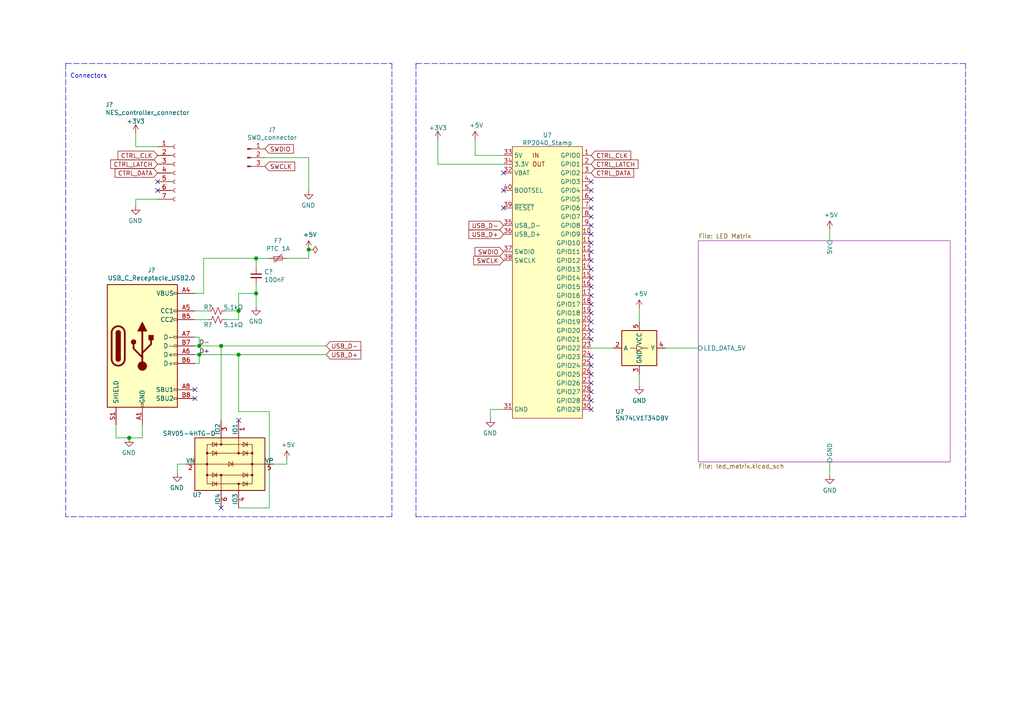
<source format=kicad_sch>
(kicad_sch (version 20210621) (generator eeschema)
  (paper "A4")
  (lib_symbols
    (symbol "Connector:Conn_01x03_Male" (pin_names (offset 1.016) hide)
      (property "Reference" "J" (at 0 5.08 0))
      (property "Value" "Conn_01x03_Male" (at 0 -5.08 0))
      (symbol "Conn_01x03_Male_1_1"
        (rectangle (start 0.8636 -2.413) (end 0 -2.667) (stroke (width 0.1524)) (fill (type outline)))
        (rectangle (start 0.8636 0.127) (end 0 -0.127) (stroke (width 0.1524)) (fill (type outline)))
        (rectangle (start 0.8636 2.667) (end 0 2.413) (stroke (width 0.1524)) (fill (type outline)))
        (polyline (pts (xy 1.27 -2.54) (xy 0.8636 -2.54)) (stroke (width 0.1524)))
        (polyline (pts (xy 1.27 0) (xy 0.8636 0)) (stroke (width 0.1524)))
        (polyline (pts (xy 1.27 2.54) (xy 0.8636 2.54)) (stroke (width 0.1524)))
        (pin passive line (at 5.08 2.54 180) (length 3.81) (name "Pin_1") (number "1"))
        (pin passive line (at 5.08 0 180) (length 3.81) (name "Pin_2") (number "2"))
        (pin passive line (at 5.08 -2.54 180) (length 3.81) (name "Pin_3") (number "3"))
      )
    )
    (symbol "Connector:Conn_01x07_Female" (pin_names (offset 1.016) hide)
      (property "Reference" "J" (at 0 10.16 0))
      (property "Value" "Conn_01x07_Female" (at 0 -10.16 0))
      (symbol "Conn_01x07_Female_1_1"
        (arc (start 0 -7.112) (end 0 -8.128) (radius (at 0 -7.62) (length 0.508) (angles 90.1 -90.1)) (stroke (width 0.1524)))
        (arc (start 0 -4.572) (end 0 -5.588) (radius (at 0 -5.08) (length 0.508) (angles 90.1 -90.1)) (stroke (width 0.1524)))
        (arc (start 0 -2.032) (end 0 -3.048) (radius (at 0 -2.54) (length 0.508) (angles 90.1 -90.1)) (stroke (width 0.1524)))
        (arc (start 0 0.508) (end 0 -0.508) (radius (at 0 0) (length 0.508) (angles 90.1 -90.1)) (stroke (width 0.1524)))
        (arc (start 0 3.048) (end 0 2.032) (radius (at 0 2.54) (length 0.508) (angles 90.1 -90.1)) (stroke (width 0.1524)))
        (arc (start 0 5.588) (end 0 4.572) (radius (at 0 5.08) (length 0.508) (angles 90.1 -90.1)) (stroke (width 0.1524)))
        (arc (start 0 8.128) (end 0 7.112) (radius (at 0 7.62) (length 0.508) (angles 90.1 -90.1)) (stroke (width 0.1524)))
        (polyline (pts (xy -1.27 -7.62) (xy -0.508 -7.62)) (stroke (width 0.1524)))
        (polyline (pts (xy -1.27 -5.08) (xy -0.508 -5.08)) (stroke (width 0.1524)))
        (polyline (pts (xy -1.27 -2.54) (xy -0.508 -2.54)) (stroke (width 0.1524)))
        (polyline (pts (xy -1.27 0) (xy -0.508 0)) (stroke (width 0.1524)))
        (polyline (pts (xy -1.27 2.54) (xy -0.508 2.54)) (stroke (width 0.1524)))
        (polyline (pts (xy -1.27 5.08) (xy -0.508 5.08)) (stroke (width 0.1524)))
        (polyline (pts (xy -1.27 7.62) (xy -0.508 7.62)) (stroke (width 0.1524)))
        (pin passive line (at -5.08 7.62 0) (length 3.81) (name "Pin_1") (number "1"))
        (pin passive line (at -5.08 5.08 0) (length 3.81) (name "Pin_2") (number "2"))
        (pin passive line (at -5.08 2.54 0) (length 3.81) (name "Pin_3") (number "3"))
        (pin passive line (at -5.08 0 0) (length 3.81) (name "Pin_4") (number "4"))
        (pin passive line (at -5.08 -2.54 0) (length 3.81) (name "Pin_5") (number "5"))
        (pin passive line (at -5.08 -5.08 0) (length 3.81) (name "Pin_6") (number "6"))
        (pin passive line (at -5.08 -7.62 0) (length 3.81) (name "Pin_7") (number "7"))
      )
    )
    (symbol "Connector:USB_C_Receptacle_USB2.0" (pin_names (offset 1.016))
      (property "Reference" "J" (at -10.16 19.05 0))
      (property "Value" "USB_C_Receptacle_USB2.0" (at 19.05 19.05 0))
      (symbol "USB_C_Receptacle_USB2.0_0_0"
        (rectangle (start -0.254 -17.78) (end 0.254 -16.764))
        (rectangle (start 10.16 -14.986) (end 9.144 -15.494))
        (rectangle (start 10.16 -12.446) (end 9.144 -12.954))
        (rectangle (start 10.16 -4.826) (end 9.144 -5.334))
        (rectangle (start 10.16 -2.286) (end 9.144 -2.794))
        (rectangle (start 10.16 0.254) (end 9.144 -0.254))
        (rectangle (start 10.16 2.794) (end 9.144 2.286))
        (rectangle (start 10.16 7.874) (end 9.144 7.366))
        (rectangle (start 10.16 10.414) (end 9.144 9.906))
        (rectangle (start 10.16 15.494) (end 9.144 14.986))
      )
      (symbol "USB_C_Receptacle_USB2.0_0_1"
        (arc (start -8.89 -3.81) (end -5.08 -3.81) (radius (at -6.985 -3.81) (length 1.905) (angles -179.9 -0.1)) (stroke (width 0.508)))
        (arc (start -7.62 -3.81) (end -6.35 -3.81) (radius (at -6.985 -3.81) (length 0.635) (angles -179.9 -0.1)) (stroke (width 0.254)))
        (arc (start -6.35 3.81) (end -7.62 3.81) (radius (at -6.985 3.81) (length 0.635) (angles 0.1 179.9)) (stroke (width 0.254)))
        (arc (start -5.08 3.81) (end -8.89 3.81) (radius (at -6.985 3.81) (length 1.905) (angles 0.1 179.9)) (stroke (width 0.508)))
        (arc (start -7.62 -3.81) (end -6.35 -3.81) (radius (at -6.985 -3.81) (length 0.635) (angles -179.9 -0.1)) (stroke (width 0.254)) (fill (type outline)))
        (arc (start -6.35 3.81) (end -7.62 3.81) (radius (at -6.985 3.81) (length 0.635) (angles 0.1 179.9)) (stroke (width 0.254)) (fill (type outline)))
        (circle (center -2.54 1.143) (radius 0.635) (stroke (width 0.254)) (fill (type outline)))
        (circle (center 0 -5.842) (radius 1.27) (fill (type outline)))
        (rectangle (start -7.62 -3.81) (end -6.35 3.81) (stroke (width 0.254)) (fill (type outline)))
        (rectangle (start 1.905 1.778) (end 3.175 3.048) (stroke (width 0.254)) (fill (type outline)))
        (rectangle (start -10.16 17.78) (end 10.16 -17.78) (stroke (width 0.254)) (fill (type background)))
        (polyline (pts (xy -8.89 -3.81) (xy -8.89 3.81)) (stroke (width 0.508)))
        (polyline (pts (xy -5.08 3.81) (xy -5.08 -3.81)) (stroke (width 0.508)))
        (polyline (pts (xy 0 -5.842) (xy 0 4.318)) (stroke (width 0.508)))
        (polyline (pts (xy 0 -3.302) (xy -2.54 -0.762) (xy -2.54 0.508)) (stroke (width 0.508)))
        (polyline (pts (xy 0 -2.032) (xy 2.54 0.508) (xy 2.54 1.778)) (stroke (width 0.508)))
        (polyline (pts (xy -1.27 4.318) (xy 0 6.858) (xy 1.27 4.318) (xy -1.27 4.318)) (stroke (width 0.254)) (fill (type outline)))
      )
      (symbol "USB_C_Receptacle_USB2.0_1_1"
        (pin passive line (at 0 -22.86 90) (length 5.08) (name "GND") (number "A1"))
        (pin passive line (at 0 -22.86 90) (length 5.08) hide (name "GND") (number "A12"))
        (pin passive line (at 15.24 15.24 180) (length 5.08) (name "VBUS") (number "A4"))
        (pin bidirectional line (at 15.24 10.16 180) (length 5.08) (name "CC1") (number "A5"))
        (pin bidirectional line (at 15.24 -2.54 180) (length 5.08) (name "D+") (number "A6"))
        (pin bidirectional line (at 15.24 2.54 180) (length 5.08) (name "D-") (number "A7"))
        (pin bidirectional line (at 15.24 -12.7 180) (length 5.08) (name "SBU1") (number "A8"))
        (pin passive line (at 15.24 15.24 180) (length 5.08) hide (name "VBUS") (number "A9"))
        (pin passive line (at 0 -22.86 90) (length 5.08) hide (name "GND") (number "B1"))
        (pin passive line (at 0 -22.86 90) (length 5.08) hide (name "GND") (number "B12"))
        (pin passive line (at 15.24 15.24 180) (length 5.08) hide (name "VBUS") (number "B4"))
        (pin bidirectional line (at 15.24 7.62 180) (length 5.08) (name "CC2") (number "B5"))
        (pin bidirectional line (at 15.24 -5.08 180) (length 5.08) (name "D+") (number "B6"))
        (pin bidirectional line (at 15.24 0 180) (length 5.08) (name "D-") (number "B7"))
        (pin bidirectional line (at 15.24 -15.24 180) (length 5.08) (name "SBU2") (number "B8"))
        (pin passive line (at 15.24 15.24 180) (length 5.08) hide (name "VBUS") (number "B9"))
        (pin passive line (at -7.62 -22.86 90) (length 5.08) (name "SHIELD") (number "S1"))
      )
    )
    (symbol "Device:C_Small" (pin_numbers hide) (pin_names (offset 0.254) hide)
      (property "Reference" "C" (at 0.254 1.778 0))
      (property "Value" "C_Small" (at 0.254 -2.032 0))
      (symbol "C_Small_0_1"
        (polyline (pts (xy -1.524 -0.508) (xy 1.524 -0.508)) (stroke (width 0.3302)))
        (polyline (pts (xy -1.524 0.508) (xy 1.524 0.508)) (stroke (width 0.3048)))
      )
      (symbol "C_Small_1_1"
        (pin passive line (at 0 2.54 270) (length 2.032) (name "~") (number "1"))
        (pin passive line (at 0 -2.54 90) (length 2.032) (name "~") (number "2"))
      )
    )
    (symbol "Device:Polyfuse_Small" (pin_numbers hide) (pin_names (offset 0))
      (property "Reference" "F" (at -1.905 0 90))
      (property "Value" "Polyfuse_Small" (at 1.905 0 90))
      (symbol "Polyfuse_Small_0_1"
        (rectangle (start -0.508 1.27) (end 0.508 -1.27))
        (polyline (pts (xy 0 2.54) (xy 0 -2.54)))
        (polyline (pts (xy -1.016 1.27) (xy -1.016 0.762) (xy 1.016 -0.762) (xy 1.016 -1.27)))
      )
      (symbol "Polyfuse_Small_1_1"
        (pin passive line (at 0 2.54 270) (length 0.635) (name "~") (number "1"))
        (pin passive line (at 0 -2.54 90) (length 0.635) (name "~") (number "2"))
      )
    )
    (symbol "Device:R_Small_US" (pin_numbers hide) (pin_names (offset 0.254) hide)
      (property "Reference" "R" (at 0.762 0.508 0))
      (property "Value" "R_Small_US" (at 0.762 -1.016 0))
      (symbol "R_Small_US_1_1"
        (polyline (pts (xy 0 0) (xy 1.016 -0.381) (xy 0 -0.762) (xy -1.016 -1.143) (xy 0 -1.524)))
        (polyline (pts (xy 0 1.524) (xy 1.016 1.143) (xy 0 0.762) (xy -1.016 0.381) (xy 0 0)))
        (pin passive line (at 0 2.54 270) (length 1.016) (name "~") (number "1"))
        (pin passive line (at 0 -2.54 90) (length 1.016) (name "~") (number "2"))
      )
    )
    (symbol "Generative_picture:+5V_USB" (power) (pin_names (offset 0))
      (property "Value" "+5V_USB" (at 0 3.556 0))
      (symbol "+5V_USB_0_1"
        (polyline (pts (xy -0.762 1.27) (xy 0 2.54)))
        (polyline (pts (xy 0 0) (xy 0 2.54)))
        (polyline (pts (xy 0 2.54) (xy 0.762 1.27)))
      )
      (symbol "+5V_USB_1_1"
        (pin power_in line (at 0 0 90) (length 0) hide (name "+5V") (number "1"))
      )
    )
    (symbol "Logic_LevelTranslator:SN74LV1T34DBV"
      (property "Reference" "U" (at 5.08 6.35 0))
      (property "Value" "SN74LV1T34DBV" (at 5.08 3.81 0))
      (symbol "SN74LV1T34DBV_0_1"
        (rectangle (start -5.08 5.08) (end 5.08 -5.08) (stroke (width 0.254)) (fill (type background)))
        (polyline (pts (xy -0.762 0) (xy -2.54 0)))
        (polyline (pts (xy 1.016 0) (xy 2.54 0)))
      )
      (symbol "SN74LV1T34DBV_1_1"
        (polyline (pts (xy -0.762 -0.762) (xy -0.762 0.762) (xy 1.016 0) (xy -0.762 -0.762)))
        (pin no_connect line (at -5.08 2.54 0) (length 2.54) hide (name "NC") (number "1"))
        (pin input line (at -7.62 0 0) (length 2.54) (name "A") (number "2"))
        (pin power_in line (at 0 -7.62 90) (length 2.54) (name "GND") (number "3"))
        (pin output line (at 7.62 0 180) (length 2.54) (name "Y") (number "4"))
        (pin power_in line (at 0 7.62 270) (length 2.54) (name "VCC") (number "5"))
      )
    )
    (symbol "Power_Protection:SRV05-4" (pin_names (offset 0))
      (property "Reference" "U" (at -5.08 11.43 0))
      (property "Value" "SRV05-4" (at 2.54 11.43 0))
      (symbol "SRV05-4_0_0"
        (rectangle (start -5.715 6.477) (end 5.715 -6.604))
        (polyline (pts (xy -3.175 -6.604) (xy -3.175 6.477)))
        (polyline (pts (xy 3.175 6.477) (xy 3.175 -6.604)))
      )
      (symbol "SRV05-4_0_1"
        (circle (center -5.715 -2.54) (radius 0.2794) (fill (type outline)))
        (circle (center -3.175 -6.604) (radius 0.2794) (fill (type outline)))
        (circle (center -3.175 2.54) (radius 0.2794) (fill (type outline)))
        (circle (center -3.175 6.477) (radius 0.2794) (fill (type outline)))
        (circle (center 0 -6.604) (radius 0.2794) (fill (type outline)))
        (circle (center 0 6.477) (radius 0.2794) (fill (type outline)))
        (circle (center 3.175 -6.604) (radius 0.2794) (fill (type outline)))
        (circle (center 3.175 -2.54) (radius 0.2794) (fill (type outline)))
        (circle (center 3.175 6.477) (radius 0.2794) (fill (type outline)))
        (circle (center 5.715 2.54) (radius 0.2794) (fill (type outline)))
        (rectangle (start -7.62 10.16) (end 7.62 -10.16) (stroke (width 0.254)) (fill (type background)))
        (polyline (pts (xy -7.747 2.54) (xy -3.175 2.54)))
        (polyline (pts (xy -7.62 -2.54) (xy -5.715 -2.54)))
        (polyline (pts (xy -5.08 -3.81) (xy -6.35 -3.81)))
        (polyline (pts (xy -5.08 5.08) (xy -6.35 5.08)))
        (polyline (pts (xy -2.54 -3.81) (xy -3.81 -3.81)))
        (polyline (pts (xy -2.54 5.08) (xy -3.81 5.08)))
        (polyline (pts (xy 0 10.16) (xy 0 -10.16)))
        (polyline (pts (xy 3.81 -3.81) (xy 2.54 -3.81)))
        (polyline (pts (xy 3.81 5.08) (xy 2.54 5.08)))
        (polyline (pts (xy 6.35 -3.81) (xy 5.08 -3.81)))
        (polyline (pts (xy 6.35 5.08) (xy 5.08 5.08)))
        (polyline (pts (xy 7.62 -2.54) (xy 3.175 -2.54)))
        (polyline (pts (xy 7.62 2.54) (xy 5.715 2.54)))
        (polyline (pts (xy 0.635 0.889) (xy -0.635 0.889) (xy -0.635 0.635)))
        (polyline (pts (xy -5.08 -5.08) (xy -6.35 -5.08) (xy -5.715 -3.81) (xy -5.08 -5.08)))
        (polyline (pts (xy -5.08 3.81) (xy -6.35 3.81) (xy -5.715 5.08) (xy -5.08 3.81)))
        (polyline (pts (xy -2.54 -5.08) (xy -3.81 -5.08) (xy -3.175 -3.81) (xy -2.54 -5.08)))
        (polyline (pts (xy -2.54 3.81) (xy -3.81 3.81) (xy -3.175 5.08) (xy -2.54 3.81)))
        (polyline (pts (xy 0.635 -0.381) (xy -0.635 -0.381) (xy 0 0.889) (xy 0.635 -0.381)))
        (polyline (pts (xy 3.81 -5.08) (xy 2.54 -5.08) (xy 3.175 -3.81) (xy 3.81 -5.08)))
        (polyline (pts (xy 3.81 3.81) (xy 2.54 3.81) (xy 3.175 5.08) (xy 3.81 3.81)))
        (polyline (pts (xy 6.35 -5.08) (xy 5.08 -5.08) (xy 5.715 -3.81) (xy 6.35 -5.08)))
        (polyline (pts (xy 6.35 3.81) (xy 5.08 3.81) (xy 5.715 5.08) (xy 6.35 3.81)))
      )
      (symbol "SRV05-4_1_1"
        (pin passive line (at -12.7 2.54 0) (length 5.08) (name "IO1") (number "1"))
        (pin passive line (at 0 -12.7 90) (length 2.54) (name "VN") (number "2"))
        (pin passive line (at -12.7 -2.54 0) (length 5.08) (name "IO2") (number "3"))
        (pin passive line (at 12.7 2.54 180) (length 5.08) (name "IO3") (number "4"))
        (pin passive line (at 0 12.7 270) (length 2.54) (name "VP") (number "5"))
        (pin passive line (at 12.7 -2.54 180) (length 5.08) (name "IO4") (number "6"))
      )
    )
    (symbol "RP2040_Stamp:RP2040_Stamp"
      (property "Reference" "U" (at 10.16 43.18 0))
      (property "Value" "RP2040_Stamp" (at 0 -38.1 0))
      (symbol "RP2040_Stamp_0_0"
        (text "IN" (at -4.445 39.37 0) (effects (font (size 1.27 1.27)) (justify left)))
        (text "OUT" (at -4.445 36.83 0) (effects (font (size 1.27 1.27)) (justify left)))
        (pin bidirectional line (at 12.7 39.37 180) (length 2.54) (name "GPIO0") (number "1"))
        (pin bidirectional line (at 12.7 16.51 180) (length 2.54) (name "GPIO9") (number "10"))
        (pin bidirectional line (at 12.7 13.97 180) (length 2.54) (name "GPIO10") (number "11"))
        (pin bidirectional line (at 12.7 11.43 180) (length 2.54) (name "GPIO11") (number "12"))
        (pin bidirectional line (at 12.7 8.89 180) (length 2.54) (name "GPIO12") (number "13"))
        (pin bidirectional line (at 12.7 6.35 180) (length 2.54) (name "GPIO13") (number "14"))
        (pin bidirectional line (at 12.7 3.81 180) (length 2.54) (name "GPIO14") (number "15"))
        (pin bidirectional line (at 12.7 1.27 180) (length 2.54) (name "GPIO15") (number "16"))
        (pin bidirectional line (at 12.7 -1.27 180) (length 2.54) (name "GPIO16") (number "17"))
        (pin bidirectional line (at 12.7 -3.81 180) (length 2.54) (name "GPIO17") (number "18"))
        (pin bidirectional line (at 12.7 -6.35 180) (length 2.54) (name "GPIO18") (number "19"))
        (pin bidirectional line (at 12.7 36.83 180) (length 2.54) (name "GPIO1") (number "2"))
        (pin bidirectional line (at 12.7 -8.89 180) (length 2.54) (name "GPIO19") (number "20"))
        (pin bidirectional line (at 12.7 -11.43 180) (length 2.54) (name "GPIO20") (number "21"))
        (pin bidirectional line (at 12.7 -13.97 180) (length 2.54) (name "GPIO21") (number "22"))
        (pin bidirectional line (at 12.7 -16.51 180) (length 2.54) (name "GPIO22") (number "23"))
        (pin bidirectional line (at 12.7 -19.05 180) (length 2.54) (name "GPIO23") (number "24"))
        (pin bidirectional line (at 12.7 -21.59 180) (length 2.54) (name "GPIO24") (number "25"))
        (pin bidirectional line (at 12.7 -24.13 180) (length 2.54) (name "GPIO25") (number "26"))
        (pin bidirectional line (at 12.7 -26.67 180) (length 2.54) (name "GPIO26") (number "27"))
        (pin bidirectional line (at 12.7 -29.21 180) (length 2.54) (name "GPIO27") (number "28"))
        (pin bidirectional line (at 12.7 -31.75 180) (length 2.54) (name "GPIO28") (number "29"))
        (pin bidirectional line (at 12.7 34.29 180) (length 2.54) (name "GPIO2") (number "3"))
        (pin bidirectional line (at 12.7 -34.29 180) (length 2.54) (name "GPIO29") (number "30"))
        (pin power_in line (at -12.7 -34.29 0) (length 2.54) (name "GND") (number "31"))
        (pin power_in line (at -12.7 34.29 0) (length 2.54) (name "VBAT") (number "32"))
        (pin power_in line (at -12.7 39.37 0) (length 2.54) (name "5V") (number "33"))
        (pin power_out line (at -12.7 36.83 0) (length 2.54) (name "3.3V") (number "34"))
        (pin bidirectional line (at -12.7 19.05 0) (length 2.54) (name "USB_D-") (number "35"))
        (pin bidirectional line (at -12.7 16.51 0) (length 2.54) (name "USB_D+") (number "36"))
        (pin bidirectional line (at -12.7 11.43 0) (length 2.54) (name "SWDIO") (number "37"))
        (pin input line (at -12.7 8.89 0) (length 2.54) (name "SWCLK") (number "38"))
        (pin bidirectional line (at -12.7 24.13 0) (length 2.54) (name "~{RESET}") (number "39"))
        (pin bidirectional line (at 12.7 31.75 180) (length 2.54) (name "GPIO3") (number "4"))
        (pin input line (at -12.7 29.21 0) (length 2.54) (name "BOOTSEL") (number "40"))
        (pin bidirectional line (at 12.7 29.21 180) (length 2.54) (name "GPIO4") (number "5"))
        (pin bidirectional line (at 12.7 26.67 180) (length 2.54) (name "GPIO5") (number "6"))
        (pin bidirectional line (at 12.7 24.13 180) (length 2.54) (name "GPIO6") (number "7"))
        (pin bidirectional line (at 12.7 21.59 180) (length 2.54) (name "GPIO7") (number "8"))
        (pin bidirectional line (at 12.7 19.05 180) (length 2.54) (name "GPIO8") (number "9"))
      )
      (symbol "RP2040_Stamp_0_1"
        (rectangle (start -10.16 41.91) (end 10.16 -36.83) (stroke (width 0.1524)) (fill (type background)))
      )
    )
    (symbol "power:+3V3" (power) (pin_names (offset 0))
      (property "Value" "+3V3" (at 0 3.556 0))
      (symbol "+3V3_0_1"
        (polyline (pts (xy -0.762 1.27) (xy 0 2.54)))
        (polyline (pts (xy 0 0) (xy 0 2.54)))
        (polyline (pts (xy 0 2.54) (xy 0.762 1.27)))
      )
      (symbol "+3V3_1_1"
        (pin power_in line (at 0 0 90) (length 0) hide (name "+3V3") (number "1"))
      )
    )
    (symbol "power:GND" (power) (pin_names (offset 0))
      (property "Value" "GND" (at 0 -3.81 0))
      (symbol "GND_0_1"
        (polyline (pts (xy 0 0) (xy 0 -1.27) (xy 1.27 -1.27) (xy 0 -2.54) (xy -1.27 -1.27) (xy 0 -1.27)))
      )
      (symbol "GND_1_1"
        (pin power_in line (at 0 0 270) (length 0) hide (name "GND") (number "1"))
      )
    )
    (symbol "power:PWR_FLAG" (power) (pin_numbers hide) (pin_names (offset 0) hide)
      (property "Value" "PWR_FLAG" (at 0 3.81 0))
      (symbol "PWR_FLAG_0_0"
        (pin power_out line (at 0 0 90) (length 0) (name "pwr") (number "1"))
      )
      (symbol "PWR_FLAG_0_1"
        (polyline (pts (xy 0 0) (xy 0 1.27) (xy -1.016 1.905) (xy 0 2.54) (xy 1.016 1.905) (xy 0 1.27)))
      )
    )
  )
  (junction (at 37.465 127) (diameter 1.016))
  (junction (at 57.785 100.33) (diameter 1.016))
  (junction (at 57.785 102.87) (diameter 1.016))
  (junction (at 64.135 100.33) (diameter 1.016))
  (junction (at 69.215 90.17) (diameter 1.016))
  (junction (at 69.215 102.87) (diameter 1.016))
  (junction (at 74.295 74.93) (diameter 1.016))
  (junction (at 74.295 85.09) (diameter 1.016))
  (junction (at 89.535 72.39) (diameter 1.016))
  (no_connect (at 45.72 52.705))
  (no_connect (at 45.72 55.245))
  (no_connect (at 56.515 113.03))
  (no_connect (at 56.515 115.57))
  (no_connect (at 64.135 147.32))
  (no_connect (at 69.215 121.92))
  (no_connect (at 146.05 50.165))
  (no_connect (at 146.05 55.245))
  (no_connect (at 146.05 60.325))
  (no_connect (at 171.45 52.705))
  (no_connect (at 171.45 55.245))
  (no_connect (at 171.45 57.785))
  (no_connect (at 171.45 60.325))
  (no_connect (at 171.45 62.865))
  (no_connect (at 171.45 65.405))
  (no_connect (at 171.45 67.945))
  (no_connect (at 171.45 70.485))
  (no_connect (at 171.45 73.025))
  (no_connect (at 171.45 75.565))
  (no_connect (at 171.45 78.105))
  (no_connect (at 171.45 80.645))
  (no_connect (at 171.45 83.185))
  (no_connect (at 171.45 85.725))
  (no_connect (at 171.45 88.265))
  (no_connect (at 171.45 90.805))
  (no_connect (at 171.45 93.345))
  (no_connect (at 171.45 95.885))
  (no_connect (at 171.45 98.425))
  (no_connect (at 171.45 103.505))
  (no_connect (at 171.45 106.045))
  (no_connect (at 171.45 108.585))
  (no_connect (at 171.45 111.125))
  (no_connect (at 171.45 113.665))
  (no_connect (at 171.45 116.205))
  (no_connect (at 171.45 118.745))
  (wire (pts (xy 33.655 123.19) (xy 33.655 127)))
  (wire (pts (xy 33.655 127) (xy 37.465 127)))
  (wire (pts (xy 37.465 127) (xy 41.275 127)))
  (wire (pts (xy 39.37 42.545) (xy 39.37 38.735)))
  (wire (pts (xy 39.37 42.545) (xy 45.72 42.545)))
  (wire (pts (xy 39.37 57.785) (xy 39.37 59.69)))
  (wire (pts (xy 39.37 57.785) (xy 45.72 57.785)))
  (wire (pts (xy 41.275 123.19) (xy 41.275 127)))
  (wire (pts (xy 51.435 134.62) (xy 51.435 137.16)))
  (wire (pts (xy 51.435 134.62) (xy 53.975 134.62)))
  (wire (pts (xy 56.515 85.09) (xy 59.055 85.09)))
  (wire (pts (xy 56.515 90.17) (xy 60.325 90.17)))
  (wire (pts (xy 56.515 92.71) (xy 60.325 92.71)))
  (wire (pts (xy 56.515 97.79) (xy 57.785 97.79)))
  (wire (pts (xy 56.515 100.33) (xy 57.785 100.33)))
  (wire (pts (xy 56.515 102.87) (xy 57.785 102.87)))
  (wire (pts (xy 56.515 105.41) (xy 57.785 105.41)))
  (wire (pts (xy 57.785 97.79) (xy 57.785 100.33)))
  (wire (pts (xy 57.785 100.33) (xy 64.135 100.33)))
  (wire (pts (xy 57.785 102.87) (xy 69.215 102.87)))
  (wire (pts (xy 57.785 105.41) (xy 57.785 102.87)))
  (wire (pts (xy 59.055 74.93) (xy 59.055 85.09)))
  (wire (pts (xy 59.055 74.93) (xy 74.295 74.93)))
  (wire (pts (xy 64.135 100.33) (xy 64.135 121.92)))
  (wire (pts (xy 64.135 100.33) (xy 94.615 100.33)))
  (wire (pts (xy 65.405 90.17) (xy 69.215 90.17)))
  (wire (pts (xy 65.405 92.71) (xy 69.215 92.71)))
  (wire (pts (xy 69.215 85.09) (xy 74.295 85.09)))
  (wire (pts (xy 69.215 90.17) (xy 69.215 85.09)))
  (wire (pts (xy 69.215 92.71) (xy 69.215 90.17)))
  (wire (pts (xy 69.215 102.87) (xy 69.215 119.38)))
  (wire (pts (xy 69.215 102.87) (xy 94.615 102.87)))
  (wire (pts (xy 69.215 119.38) (xy 78.105 119.38)))
  (wire (pts (xy 74.295 74.93) (xy 74.295 77.47)))
  (wire (pts (xy 74.295 74.93) (xy 78.105 74.93)))
  (wire (pts (xy 74.295 82.55) (xy 74.295 85.09)))
  (wire (pts (xy 74.295 85.09) (xy 74.295 88.9)))
  (wire (pts (xy 76.835 45.72) (xy 89.535 45.72)))
  (wire (pts (xy 78.105 119.38) (xy 78.105 147.32)))
  (wire (pts (xy 78.105 147.32) (xy 69.215 147.32)))
  (wire (pts (xy 79.375 134.62) (xy 83.185 134.62)))
  (wire (pts (xy 83.185 74.93) (xy 89.535 74.93)))
  (wire (pts (xy 83.185 133.35) (xy 83.185 134.62)))
  (wire (pts (xy 89.535 45.72) (xy 89.535 55.245)))
  (wire (pts (xy 89.535 74.93) (xy 89.535 72.39)))
  (wire (pts (xy 127 40.64) (xy 127 47.625)))
  (wire (pts (xy 127 47.625) (xy 146.05 47.625)))
  (wire (pts (xy 137.795 40.64) (xy 137.795 45.085)))
  (wire (pts (xy 137.795 45.085) (xy 146.05 45.085)))
  (wire (pts (xy 142.24 118.745) (xy 142.24 121.285)))
  (wire (pts (xy 146.05 118.745) (xy 142.24 118.745)))
  (wire (pts (xy 171.45 100.965) (xy 177.8 100.965)))
  (wire (pts (xy 185.42 89.535) (xy 185.42 93.345)))
  (wire (pts (xy 185.42 108.585) (xy 185.42 111.76)))
  (wire (pts (xy 193.04 100.965) (xy 202.565 100.965)))
  (wire (pts (xy 240.665 66.675) (xy 240.665 69.85)))
  (wire (pts (xy 240.665 133.985) (xy 240.665 137.795)))
  (polyline (pts (xy 19.05 18.415) (xy 19.05 149.86)) (stroke (width 0) (type dash)))
  (polyline (pts (xy 19.05 18.415) (xy 113.665 18.415)) (stroke (width 0) (type dash)))
  (polyline (pts (xy 113.665 18.415) (xy 113.665 149.86)) (stroke (width 0) (type dash)))
  (polyline (pts (xy 113.665 149.86) (xy 19.05 149.86)) (stroke (width 0) (type dash)))
  (polyline (pts (xy 120.65 18.415) (xy 120.65 149.86)) (stroke (width 0) (type dash)))
  (polyline (pts (xy 120.65 18.415) (xy 280.035 18.415)) (stroke (width 0) (type dash)))
  (polyline (pts (xy 280.035 18.415) (xy 280.035 149.86)) (stroke (width 0) (type dash)))
  (polyline (pts (xy 280.035 149.86) (xy 120.65 149.86)) (stroke (width 0) (type dash)))
  (text "Connectors" (at 31.115 22.86 180) (effects (font (size 1.27 1.27)) (justify right bottom)))
  (label "D-" (at 57.785 100.33 0))
  (label "D+" (at 57.785 102.87 0))
  (global_label "CTRL_CLK" (shape input) (at 45.72 45.085 180) (property "Intersheet References" "${INTERSHEET_REFS}" (effects hide)))
  (global_label "CTRL_LATCH" (shape input) (at 45.72 47.625 180) (property "Intersheet References" "${INTERSHEET_REFS}" (effects hide)))
  (global_label "CTRL_DATA" (shape input) (at 45.72 50.165 180) (property "Intersheet References" "${INTERSHEET_REFS}" (effects hide)))
  (global_label "SWDIO" (shape input) (at 76.835 43.18 0) (property "Intersheet References" "${INTERSHEET_REFS}" (effects hide)))
  (global_label "SWCLK" (shape input) (at 76.835 48.26 0) (property "Intersheet References" "${INTERSHEET_REFS}" (effects hide)))
  (global_label "USB_D-" (shape input) (at 94.615 100.33 0) (property "Intersheet References" "${INTERSHEET_REFS}" (effects hide)))
  (global_label "USB_D+" (shape input) (at 94.615 102.87 0) (property "Intersheet References" "${INTERSHEET_REFS}" (effects hide)))
  (global_label "USB_D-" (shape input) (at 146.05 65.405 180) (property "Intersheet References" "${INTERSHEET_REFS}" (effects hide)))
  (global_label "USB_D+" (shape input) (at 146.05 67.945 180) (property "Intersheet References" "${INTERSHEET_REFS}" (effects hide)))
  (global_label "SWDIO" (shape input) (at 146.05 73.025 180) (property "Intersheet References" "${INTERSHEET_REFS}" (effects hide)))
  (global_label "SWCLK" (shape input) (at 146.05 75.565 180) (property "Intersheet References" "${INTERSHEET_REFS}" (effects hide)))
  (global_label "CTRL_CLK" (shape input) (at 171.45 45.085 0) (property "Intersheet References" "${INTERSHEET_REFS}" (effects hide)))
  (global_label "CTRL_LATCH" (shape input) (at 171.45 47.625 0) (property "Intersheet References" "${INTERSHEET_REFS}" (effects hide)))
  (global_label "CTRL_DATA" (shape input) (at 171.45 50.165 0) (property "Intersheet References" "${INTERSHEET_REFS}" (effects hide)))
  (symbol (lib_id "power:+3V3") (at 39.37 38.735 0) (unit 1)
    (property "Reference" "#PWR?" (effects hide))
    (property "Value" "+3V3" (at 39.37 35.1876 0))
  )
  (symbol (lib_id "Generative_picture:+5V_USB") (at 83.185 133.35 0) (unit 1)
    (property "Reference" "#PWR?" (effects hide))
    (property "Value" "+5V_USB" (at 83.5533 129.0256 0))
  )
  (symbol (lib_id "Generative_picture:+5V_USB") (at 89.535 72.39 0) (unit 1)
    (property "Reference" "#PWR?" (effects hide))
    (property "Value" "+5V_USB" (at 89.9033 68.0656 0))
  )
  (symbol (lib_id "power:+3V3") (at 127 40.64 0) (unit 1)
    (property "Reference" "#PWR?" (effects hide))
    (property "Value" "+3V3" (at 127 37.0926 0))
  )
  (symbol (lib_id "Generative_picture:+5V_USB") (at 137.795 40.64 0) (unit 1)
    (property "Reference" "#PWR?" (effects hide))
    (property "Value" "+5V" (at 138.1633 36.3156 0))
  )
  (symbol (lib_id "Generative_picture:+5V_USB") (at 185.42 89.535 0) (unit 1)
    (property "Reference" "#PWR?" (effects hide))
    (property "Value" "+5V" (at 185.7883 85.2106 0))
  )
  (symbol (lib_id "Generative_picture:+5V_USB") (at 240.665 66.675 0) (unit 1)
    (property "Reference" "#PWR?" (effects hide))
    (property "Value" "+5V" (at 241.0333 62.3506 0))
  )
  (symbol (lib_id "power:PWR_FLAG") (at 89.535 72.39 270) (unit 1)
    (property "Reference" "#FLG?" (effects hide))
    (property "Value" "PWR_FLAG" (effects hide))
  )
  (symbol (lib_id "power:GND") (at 37.465 127 0) (mirror y) (unit 1)
    (property "Reference" "#PWR?" (effects hide))
    (property "Value" "GND" (at 37.3507 131.3244 0))
  )
  (symbol (lib_id "power:GND") (at 39.37 59.69 0) (mirror y) (unit 1)
    (property "Reference" "#PWR?" (effects hide))
    (property "Value" "GND" (at 39.2557 64.0144 0))
  )
  (symbol (lib_id "power:GND") (at 51.435 137.16 0) (mirror y) (unit 1)
    (property "Reference" "#PWR?" (effects hide))
    (property "Value" "GND" (at 51.3207 141.4844 0))
  )
  (symbol (lib_id "power:GND") (at 74.295 88.9 0) (mirror y) (unit 1)
    (property "Reference" "#PWR?" (effects hide))
    (property "Value" "GND" (at 74.1807 93.2244 0))
  )
  (symbol (lib_id "power:GND") (at 89.535 55.245 0) (mirror y) (unit 1)
    (property "Reference" "#PWR?" (effects hide))
    (property "Value" "GND" (at 89.4207 59.5694 0))
  )
  (symbol (lib_id "power:GND") (at 142.24 121.285 0) (mirror y) (unit 1)
    (property "Reference" "#PWR?" (effects hide))
    (property "Value" "GND" (at 142.1257 125.6094 0))
  )
  (symbol (lib_id "power:GND") (at 185.42 111.76 0) (mirror y) (unit 1)
    (property "Reference" "#PWR?" (effects hide))
    (property "Value" "GND" (at 185.42 116.205 0))
  )
  (symbol (lib_id "power:GND") (at 240.665 137.795 0) (mirror y) (unit 1)
    (property "Reference" "#PWR?" (effects hide))
    (property "Value" "GND" (at 240.665 142.24 0))
  )
  (symbol (lib_id "Device:R_Small_US") (at 62.865 90.17 90) (unit 1)
    (property "Reference" "R?" (at 60.325 89.1348 90))
    (property "Value" "5.1kΩ" (at 67.691 89.148 90))
    (property "Footprint" "Resistor_SMD:R_0805_2012Metric_Pad1.20x1.40mm_HandSolder" (effects hide))
  )
  (symbol (lib_id "Device:R_Small_US") (at 62.865 92.71 90) (unit 1)
    (property "Reference" "R?" (at 60.325 94.2148 90))
    (property "Value" "5.1kΩ" (at 67.691 94.228 90))
    (property "Footprint" "Resistor_SMD:R_0805_2012Metric_Pad1.20x1.40mm_HandSolder" (effects hide))
  )
  (symbol (lib_id "Device:Polyfuse_Small") (at 80.645 74.93 90) (unit 1)
    (property "Reference" "F?" (at 80.645 69.8308 90))
    (property "Value" "PTC 1A" (at 80.645 72.13 90))
    (property "Footprint" "Generative_picture:Belfuse_0ZCJ" (effects hide))
  )
  (symbol (lib_id "Device:C_Small") (at 74.295 80.01 0) (unit 1)
    (property "Reference" "C?" (at 76.6192 78.8606 0) (effects (justify left)))
    (property "Value" "100nF" (at 76.619 81.159 0) (effects (justify left)))
    (property "Footprint" "Capacitor_SMD:C_0805_2012Metric_Pad1.18x1.45mm_HandSolder" (effects hide))
  )
  (symbol (lib_id "Connector:Conn_01x03_Male") (at 71.755 45.72 0) (unit 1)
    (property "Reference" "J?" (at 78.8924 37.5878 0))
    (property "Value" "SWD_connector" (at 78.8924 39.8865 0))
  )
  (symbol (lib_id "Connector:Conn_01x07_Female") (at 50.8 50.165 0) (unit 1)
    (property "Reference" "J?" (at 30.5563 30.3541 0) (effects (justify left)))
    (property "Value" "NES_controller_connector" (at 30.5563 32.6528 0) (effects (justify left)))
  )
  (symbol (lib_id "Logic_LevelTranslator:SN74LV1T34DBV") (at 185.42 100.965 0) (unit 1)
    (property "Reference" "U?" (at 178.435 119.38 0) (effects (justify left)))
    (property "Value" "SN74LV1T34DBV" (at 178.435 121.285 0) (effects (justify left)))
    (property "Footprint" "Package_TO_SOT_SMD:SOT-23-5" (effects hide))
    (property "Datasheet" "https://www.ti.com/lit/ds/symlink/sn74lv1t34.pdf" (effects hide))
  )
  (symbol (lib_id "Power_Protection:SRV05-4") (at 66.675 134.62 270) (unit 1)
    (property "Reference" "U?" (at 57.1692 143.51 90))
    (property "Value" "SRV05-4HTG-D" (at 54.87 125.73 90))
    (property "Footprint" "Package_TO_SOT_SMD:SOT-23-6" (effects hide))
    (property "Datasheet" "https://www.littelfuse.com/~/media/electronics/datasheets/tvs_diode_arrays/littelfuse_tvs_diode_array_srv05_4htg_d_datasheet.pdf.pdf" (effects hide))
    (property "MPN" "SRV05-4HTG-D" (effects hide))
  )
  (symbol (lib_id "Connector:USB_C_Receptacle_USB2.0") (at 41.275 100.33 0) (unit 1)
    (property "Reference" "J?" (at 43.942 78.3398 0))
    (property "Value" "USB_C_Receptacle_USB2.0" (at 43.942 80.6385 0))
    (property "Footprint" "Generative_picture:USB_C_Receptacle_JAE_DX07S016JA1" (effects hide))
    (property "Datasheet" "https://www.usb.org/sites/default/files/documents/usb_type-c.zip" (effects hide))
  )
  (symbol (lib_id "RP2040_Stamp:RP2040_Stamp") (at 158.75 84.455 0) (unit 1)
    (property "Reference" "U?" (at 158.75 39.1626 0))
    (property "Value" "RP2040_Stamp" (at 158.75 41.4613 0))
    (property "Footprint" "RP2040_Stamp:RP2040_Stamp_SMD" (effects hide))
  )
  (sheet (at 202.565 69.85) (size 73.025 64.135) (stroke (width 0.0006) (color 132 0 132 1)) (fill (color 255 255 255 0.0000))
    (property "Nome da folha" "LED Matrix" (at 202.565 69.2143 0) (effects (justify left bottom)))
    (property "Sheet file" "led_matrix.kicad_sch" (at 202.565 134.4937 0) (effects (justify left top)))
    (pin "LED_DATA_5V" input (at 202.565 100.965 180))
    (pin "5V" input (at 240.665 69.85 90))
    (pin "GND" input (at 240.665 133.985 270))
  )
)
</source>
